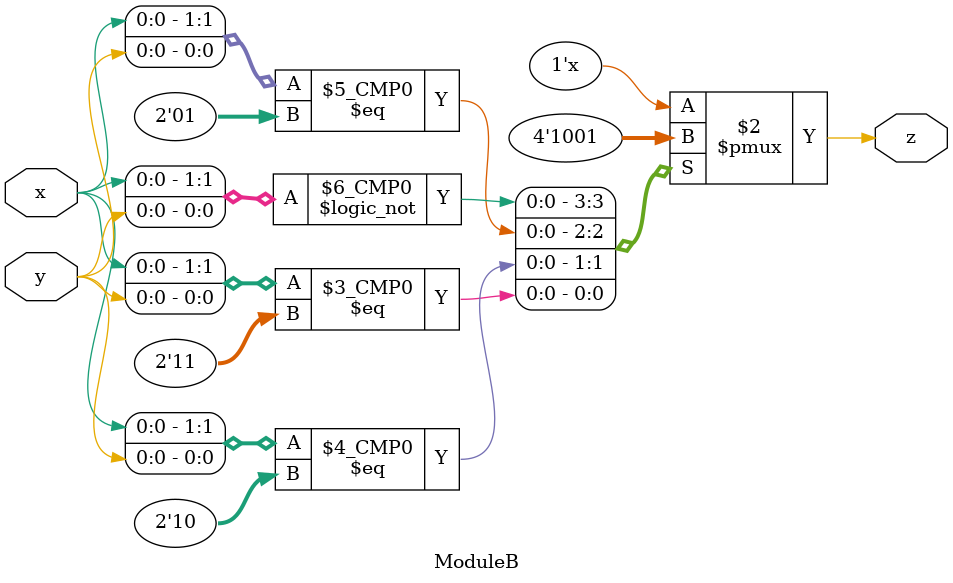
<source format=sv>
module TopLevelModule(
    input logic x,
    input logic y,
    output logic z
);

    logic z_A1, z_B1, z_A2, z_B2;
    logic or_output, and_output;

    // Instantiate two Module A instances
    ModuleA A1 (
        .x(x),
        .y(y),
        .z(z_A1)
    );

    ModuleA A2 (
        .x(x),
        .y(y),
        .z(z_A2)
    );

    // Instantiate two Module B instances
    ModuleB B1 (
        .x(x),
        .y(y),
        .z(z_B1)
    );

    ModuleB B2 (
        .x(x),
        .y(y),
        .z(z_B2)
    );

    // OR gate for the first pair of Module A and B
    assign or_output = z_A1 | z_B1;

    // AND gate for the second pair of Module A and B
    assign and_output = z_A2 & z_B2;

    // XOR gate for the final output
    assign z = or_output ^ and_output;

endmodule

module ModuleA(
    input logic x,
    input logic y,
    output logic z
);
    assign z = (x ^ y) & x;
endmodule

module ModuleB(
    input logic x,
    input logic y,
    output logic z
);
    // Implementing the behavior of Module B based on the waveform
    always_comb begin
        case ({x, y})
            2'b00: z = 1'b1;
            2'b01: z = 1'b0;
            2'b10: z = 1'b0;
            2'b11: z = 1'b1;
            default: z = 1'b0;
        endcase
    end
endmodule
</source>
